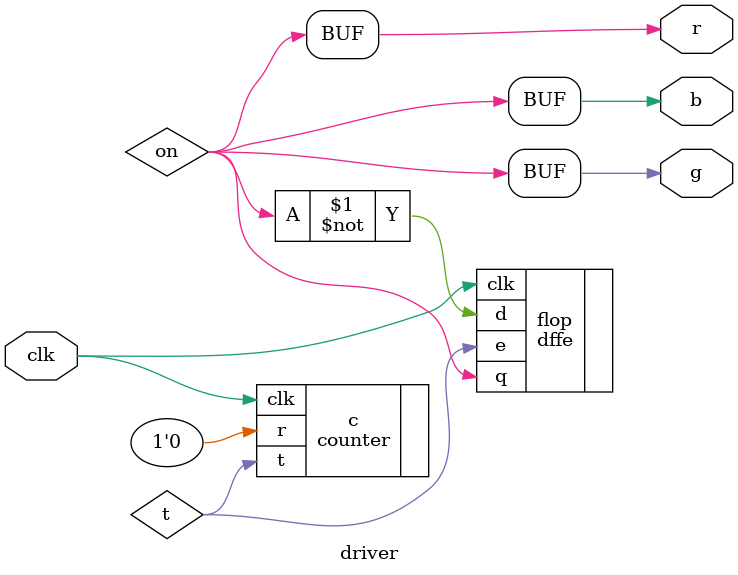
<source format=v>
module driver (
	input wire clk,
	output wire r, g, b
);

	wire on;
	assign {r, g, b} = {3{on}};

	wire t;
	counter #(.COUNT(48_000_000)) c (.clk(clk), .r(1'b0), .t(t));

	dffe flop (.d(~on), .q(on), .e(t), .clk(clk));

endmodule

</source>
